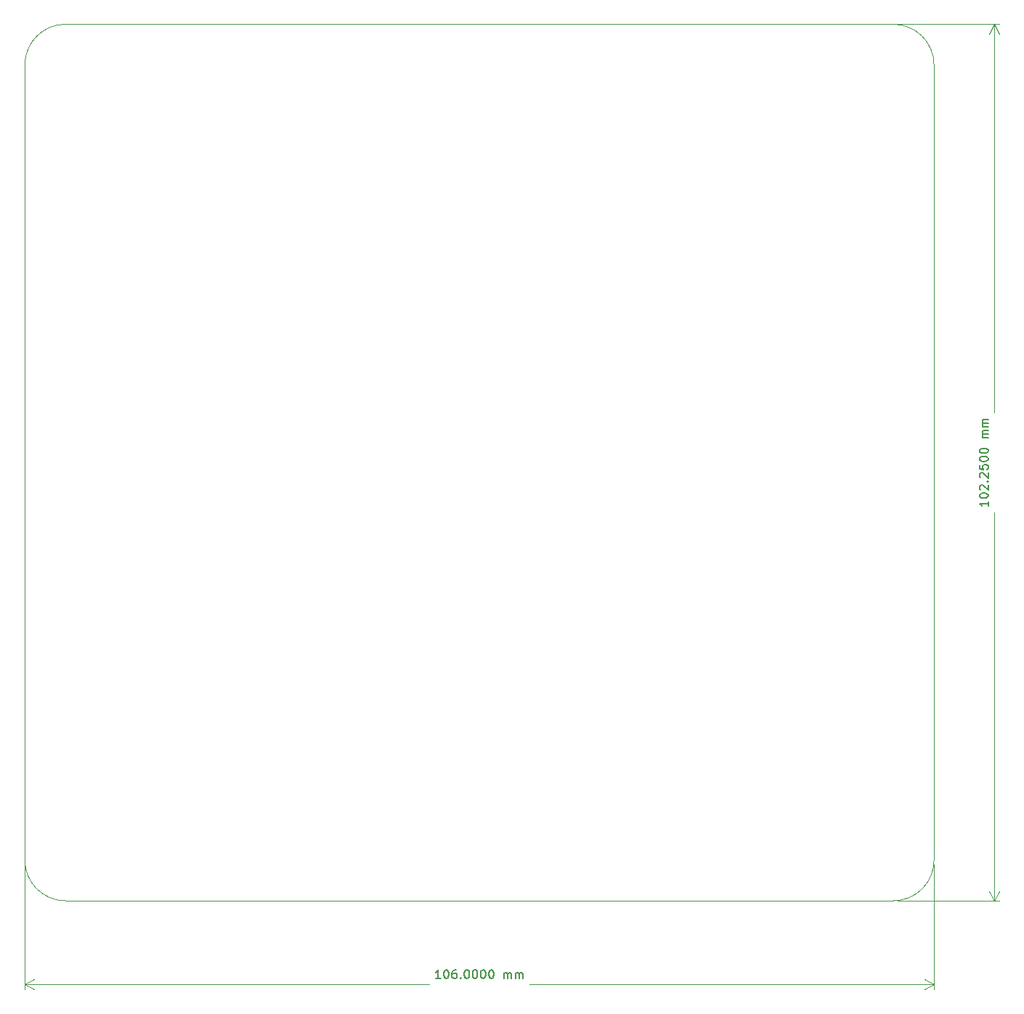
<source format=gm1>
%TF.GenerationSoftware,KiCad,Pcbnew,5.99.0-unknown-47cb7f53fd~143~ubuntu20.04.1*%
%TF.CreationDate,2021-11-23T21:30:27-08:00*%
%TF.ProjectId,acorn-motherboard,61636f72-6e2d-46d6-9f74-686572626f61,rev?*%
%TF.SameCoordinates,Original*%
%TF.FileFunction,Profile,NP*%
%FSLAX46Y46*%
G04 Gerber Fmt 4.6, Leading zero omitted, Abs format (unit mm)*
G04 Created by KiCad (PCBNEW 5.99.0-unknown-47cb7f53fd~143~ubuntu20.04.1) date 2021-11-23 21:30:27*
%MOMM*%
%LPD*%
G01*
G04 APERTURE LIST*
%TA.AperFunction,Profile*%
%ADD10C,0.100000*%
%TD*%
%ADD11C,0.150000*%
G04 APERTURE END LIST*
D10*
X89500000Y-39500000D02*
G75*
G03*
X84750000Y-44250000I1J-4750001D01*
G01*
X190750000Y-44250000D02*
G75*
G03*
X186000000Y-39500000I-4750001J-1D01*
G01*
X84750000Y-44250000D02*
X84750000Y-137000000D01*
X186000000Y-141750000D02*
G75*
G03*
X190750000Y-137000000I-1J4750001D01*
G01*
X89500000Y-39500000D02*
X186000000Y-39500000D01*
X89500000Y-141750000D02*
X186000000Y-141750000D01*
X190750000Y-44250000D02*
X190750000Y-137000000D01*
X84750000Y-137000000D02*
G75*
G03*
X89500000Y-141750000I4750001J1D01*
G01*
D11*
X133226190Y-150802380D02*
X132654761Y-150802380D01*
X132940476Y-150802380D02*
X132940476Y-149802380D01*
X132845238Y-149945238D01*
X132750000Y-150040476D01*
X132654761Y-150088095D01*
X133845238Y-149802380D02*
X133940476Y-149802380D01*
X134035714Y-149850000D01*
X134083333Y-149897619D01*
X134130952Y-149992857D01*
X134178571Y-150183333D01*
X134178571Y-150421428D01*
X134130952Y-150611904D01*
X134083333Y-150707142D01*
X134035714Y-150754761D01*
X133940476Y-150802380D01*
X133845238Y-150802380D01*
X133750000Y-150754761D01*
X133702380Y-150707142D01*
X133654761Y-150611904D01*
X133607142Y-150421428D01*
X133607142Y-150183333D01*
X133654761Y-149992857D01*
X133702380Y-149897619D01*
X133750000Y-149850000D01*
X133845238Y-149802380D01*
X135035714Y-149802380D02*
X134845238Y-149802380D01*
X134750000Y-149850000D01*
X134702380Y-149897619D01*
X134607142Y-150040476D01*
X134559523Y-150230952D01*
X134559523Y-150611904D01*
X134607142Y-150707142D01*
X134654761Y-150754761D01*
X134750000Y-150802380D01*
X134940476Y-150802380D01*
X135035714Y-150754761D01*
X135083333Y-150707142D01*
X135130952Y-150611904D01*
X135130952Y-150373809D01*
X135083333Y-150278571D01*
X135035714Y-150230952D01*
X134940476Y-150183333D01*
X134750000Y-150183333D01*
X134654761Y-150230952D01*
X134607142Y-150278571D01*
X134559523Y-150373809D01*
X135559523Y-150707142D02*
X135607142Y-150754761D01*
X135559523Y-150802380D01*
X135511904Y-150754761D01*
X135559523Y-150707142D01*
X135559523Y-150802380D01*
X136226190Y-149802380D02*
X136321428Y-149802380D01*
X136416666Y-149850000D01*
X136464285Y-149897619D01*
X136511904Y-149992857D01*
X136559523Y-150183333D01*
X136559523Y-150421428D01*
X136511904Y-150611904D01*
X136464285Y-150707142D01*
X136416666Y-150754761D01*
X136321428Y-150802380D01*
X136226190Y-150802380D01*
X136130952Y-150754761D01*
X136083333Y-150707142D01*
X136035714Y-150611904D01*
X135988095Y-150421428D01*
X135988095Y-150183333D01*
X136035714Y-149992857D01*
X136083333Y-149897619D01*
X136130952Y-149850000D01*
X136226190Y-149802380D01*
X137178571Y-149802380D02*
X137273809Y-149802380D01*
X137369047Y-149850000D01*
X137416666Y-149897619D01*
X137464285Y-149992857D01*
X137511904Y-150183333D01*
X137511904Y-150421428D01*
X137464285Y-150611904D01*
X137416666Y-150707142D01*
X137369047Y-150754761D01*
X137273809Y-150802380D01*
X137178571Y-150802380D01*
X137083333Y-150754761D01*
X137035714Y-150707142D01*
X136988095Y-150611904D01*
X136940476Y-150421428D01*
X136940476Y-150183333D01*
X136988095Y-149992857D01*
X137035714Y-149897619D01*
X137083333Y-149850000D01*
X137178571Y-149802380D01*
X138130952Y-149802380D02*
X138226190Y-149802380D01*
X138321428Y-149850000D01*
X138369047Y-149897619D01*
X138416666Y-149992857D01*
X138464285Y-150183333D01*
X138464285Y-150421428D01*
X138416666Y-150611904D01*
X138369047Y-150707142D01*
X138321428Y-150754761D01*
X138226190Y-150802380D01*
X138130952Y-150802380D01*
X138035714Y-150754761D01*
X137988095Y-150707142D01*
X137940476Y-150611904D01*
X137892857Y-150421428D01*
X137892857Y-150183333D01*
X137940476Y-149992857D01*
X137988095Y-149897619D01*
X138035714Y-149850000D01*
X138130952Y-149802380D01*
X139083333Y-149802380D02*
X139178571Y-149802380D01*
X139273809Y-149850000D01*
X139321428Y-149897619D01*
X139369047Y-149992857D01*
X139416666Y-150183333D01*
X139416666Y-150421428D01*
X139369047Y-150611904D01*
X139321428Y-150707142D01*
X139273809Y-150754761D01*
X139178571Y-150802380D01*
X139083333Y-150802380D01*
X138988095Y-150754761D01*
X138940476Y-150707142D01*
X138892857Y-150611904D01*
X138845238Y-150421428D01*
X138845238Y-150183333D01*
X138892857Y-149992857D01*
X138940476Y-149897619D01*
X138988095Y-149850000D01*
X139083333Y-149802380D01*
X140607142Y-150802380D02*
X140607142Y-150135714D01*
X140607142Y-150230952D02*
X140654761Y-150183333D01*
X140750000Y-150135714D01*
X140892857Y-150135714D01*
X140988095Y-150183333D01*
X141035714Y-150278571D01*
X141035714Y-150802380D01*
X141035714Y-150278571D02*
X141083333Y-150183333D01*
X141178571Y-150135714D01*
X141321428Y-150135714D01*
X141416666Y-150183333D01*
X141464285Y-150278571D01*
X141464285Y-150802380D01*
X141940476Y-150802380D02*
X141940476Y-150135714D01*
X141940476Y-150230952D02*
X141988095Y-150183333D01*
X142083333Y-150135714D01*
X142226190Y-150135714D01*
X142321428Y-150183333D01*
X142369047Y-150278571D01*
X142369047Y-150802380D01*
X142369047Y-150278571D02*
X142416666Y-150183333D01*
X142511904Y-150135714D01*
X142654761Y-150135714D01*
X142750000Y-150183333D01*
X142797619Y-150278571D01*
X142797619Y-150802380D01*
D10*
X190750000Y-137500000D02*
X190750000Y-152086420D01*
X84750000Y-137500000D02*
X84750000Y-152086420D01*
X190750000Y-151500000D02*
X143610715Y-151500000D01*
X131889286Y-151500000D02*
X84750000Y-151500000D01*
X190750000Y-151500000D02*
X189623496Y-150913579D01*
X190750000Y-151500000D02*
X189623496Y-152086421D01*
X84750000Y-151500000D02*
X85876504Y-152086421D01*
X84750000Y-151500000D02*
X85876504Y-150913579D01*
D11*
X197052380Y-95148809D02*
X197052380Y-95720238D01*
X197052380Y-95434523D02*
X196052380Y-95434523D01*
X196195238Y-95529761D01*
X196290476Y-95625000D01*
X196338095Y-95720238D01*
X196052380Y-94529761D02*
X196052380Y-94434523D01*
X196100000Y-94339285D01*
X196147619Y-94291666D01*
X196242857Y-94244047D01*
X196433333Y-94196428D01*
X196671428Y-94196428D01*
X196861904Y-94244047D01*
X196957142Y-94291666D01*
X197004761Y-94339285D01*
X197052380Y-94434523D01*
X197052380Y-94529761D01*
X197004761Y-94625000D01*
X196957142Y-94672619D01*
X196861904Y-94720238D01*
X196671428Y-94767857D01*
X196433333Y-94767857D01*
X196242857Y-94720238D01*
X196147619Y-94672619D01*
X196100000Y-94625000D01*
X196052380Y-94529761D01*
X196147619Y-93815476D02*
X196100000Y-93767857D01*
X196052380Y-93672619D01*
X196052380Y-93434523D01*
X196100000Y-93339285D01*
X196147619Y-93291666D01*
X196242857Y-93244047D01*
X196338095Y-93244047D01*
X196480952Y-93291666D01*
X197052380Y-93863095D01*
X197052380Y-93244047D01*
X196957142Y-92815476D02*
X197004761Y-92767857D01*
X197052380Y-92815476D01*
X197004761Y-92863095D01*
X196957142Y-92815476D01*
X197052380Y-92815476D01*
X196147619Y-92386904D02*
X196100000Y-92339285D01*
X196052380Y-92244047D01*
X196052380Y-92005952D01*
X196100000Y-91910714D01*
X196147619Y-91863095D01*
X196242857Y-91815476D01*
X196338095Y-91815476D01*
X196480952Y-91863095D01*
X197052380Y-92434523D01*
X197052380Y-91815476D01*
X196052380Y-90910714D02*
X196052380Y-91386904D01*
X196528571Y-91434523D01*
X196480952Y-91386904D01*
X196433333Y-91291666D01*
X196433333Y-91053571D01*
X196480952Y-90958333D01*
X196528571Y-90910714D01*
X196623809Y-90863095D01*
X196861904Y-90863095D01*
X196957142Y-90910714D01*
X197004761Y-90958333D01*
X197052380Y-91053571D01*
X197052380Y-91291666D01*
X197004761Y-91386904D01*
X196957142Y-91434523D01*
X196052380Y-90244047D02*
X196052380Y-90148809D01*
X196100000Y-90053571D01*
X196147619Y-90005952D01*
X196242857Y-89958333D01*
X196433333Y-89910714D01*
X196671428Y-89910714D01*
X196861904Y-89958333D01*
X196957142Y-90005952D01*
X197004761Y-90053571D01*
X197052380Y-90148809D01*
X197052380Y-90244047D01*
X197004761Y-90339285D01*
X196957142Y-90386904D01*
X196861904Y-90434523D01*
X196671428Y-90482142D01*
X196433333Y-90482142D01*
X196242857Y-90434523D01*
X196147619Y-90386904D01*
X196100000Y-90339285D01*
X196052380Y-90244047D01*
X196052380Y-89291666D02*
X196052380Y-89196428D01*
X196100000Y-89101190D01*
X196147619Y-89053571D01*
X196242857Y-89005952D01*
X196433333Y-88958333D01*
X196671428Y-88958333D01*
X196861904Y-89005952D01*
X196957142Y-89053571D01*
X197004761Y-89101190D01*
X197052380Y-89196428D01*
X197052380Y-89291666D01*
X197004761Y-89386904D01*
X196957142Y-89434523D01*
X196861904Y-89482142D01*
X196671428Y-89529761D01*
X196433333Y-89529761D01*
X196242857Y-89482142D01*
X196147619Y-89434523D01*
X196100000Y-89386904D01*
X196052380Y-89291666D01*
X197052380Y-87767857D02*
X196385714Y-87767857D01*
X196480952Y-87767857D02*
X196433333Y-87720238D01*
X196385714Y-87625000D01*
X196385714Y-87482142D01*
X196433333Y-87386904D01*
X196528571Y-87339285D01*
X197052380Y-87339285D01*
X196528571Y-87339285D02*
X196433333Y-87291666D01*
X196385714Y-87196428D01*
X196385714Y-87053571D01*
X196433333Y-86958333D01*
X196528571Y-86910714D01*
X197052380Y-86910714D01*
X197052380Y-86434523D02*
X196385714Y-86434523D01*
X196480952Y-86434523D02*
X196433333Y-86386904D01*
X196385714Y-86291666D01*
X196385714Y-86148809D01*
X196433333Y-86053571D01*
X196528571Y-86005952D01*
X197052380Y-86005952D01*
X196528571Y-86005952D02*
X196433333Y-85958333D01*
X196385714Y-85863095D01*
X196385714Y-85720238D01*
X196433333Y-85625000D01*
X196528571Y-85577380D01*
X197052380Y-85577380D01*
D10*
X186500000Y-141750000D02*
X198336420Y-141750000D01*
X186500000Y-39500000D02*
X198336420Y-39500000D01*
X197750000Y-141750000D02*
X197750000Y-96485714D01*
X197750000Y-84764285D02*
X197750000Y-39500000D01*
X197750000Y-141750000D02*
X198336421Y-140623496D01*
X197750000Y-141750000D02*
X197163579Y-140623496D01*
X197750000Y-39500000D02*
X197163579Y-40626504D01*
X197750000Y-39500000D02*
X198336421Y-40626504D01*
M02*

</source>
